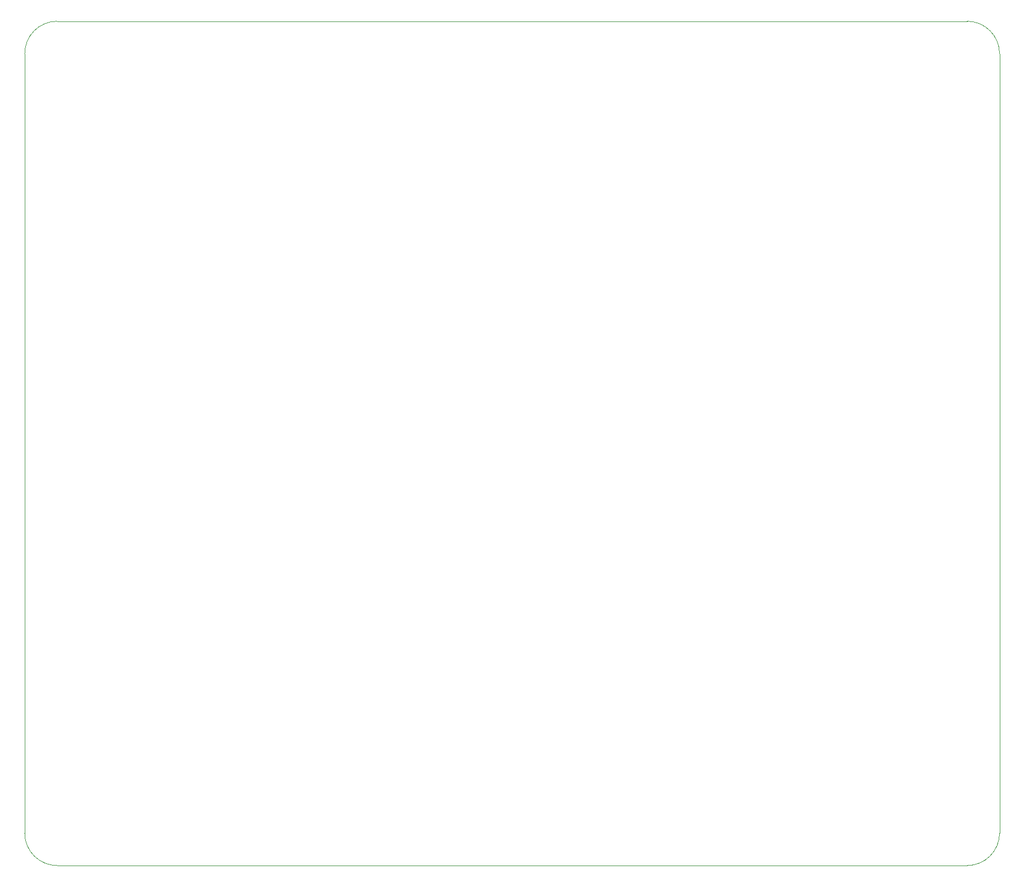
<source format=gm1>
G04 #@! TF.GenerationSoftware,KiCad,Pcbnew,(5.1.9-0-10_14)*
G04 #@! TF.CreationDate,2021-09-09T18:13:48-07:00*
G04 #@! TF.ProjectId,telemetry-pcb,74656c65-6d65-4747-9279-2d7063622e6b,rev?*
G04 #@! TF.SameCoordinates,Original*
G04 #@! TF.FileFunction,Profile,NP*
%FSLAX46Y46*%
G04 Gerber Fmt 4.6, Leading zero omitted, Abs format (unit mm)*
G04 Created by KiCad (PCBNEW (5.1.9-0-10_14)) date 2021-09-09 18:13:48*
%MOMM*%
%LPD*%
G01*
G04 APERTURE LIST*
G04 #@! TA.AperFunction,Profile*
%ADD10C,0.100000*%
G04 #@! TD*
G04 APERTURE END LIST*
D10*
X200000000Y-145000000D02*
G75*
G02*
X195000000Y-150000000I-5000000J0D01*
G01*
X195000000Y-20000000D02*
G75*
G02*
X200000000Y-25000000I0J-5000000D01*
G01*
X50000000Y-25000000D02*
G75*
G02*
X55000000Y-20000000I5000000J0D01*
G01*
X55000000Y-150000000D02*
G75*
G02*
X50000000Y-145000000I0J5000000D01*
G01*
X200000000Y-25000000D02*
X200000000Y-145000000D01*
X55000000Y-20000000D02*
X195000000Y-20000000D01*
X50000000Y-25000000D02*
X50000000Y-145000000D01*
X55000000Y-150000000D02*
X195000000Y-150000000D01*
M02*

</source>
